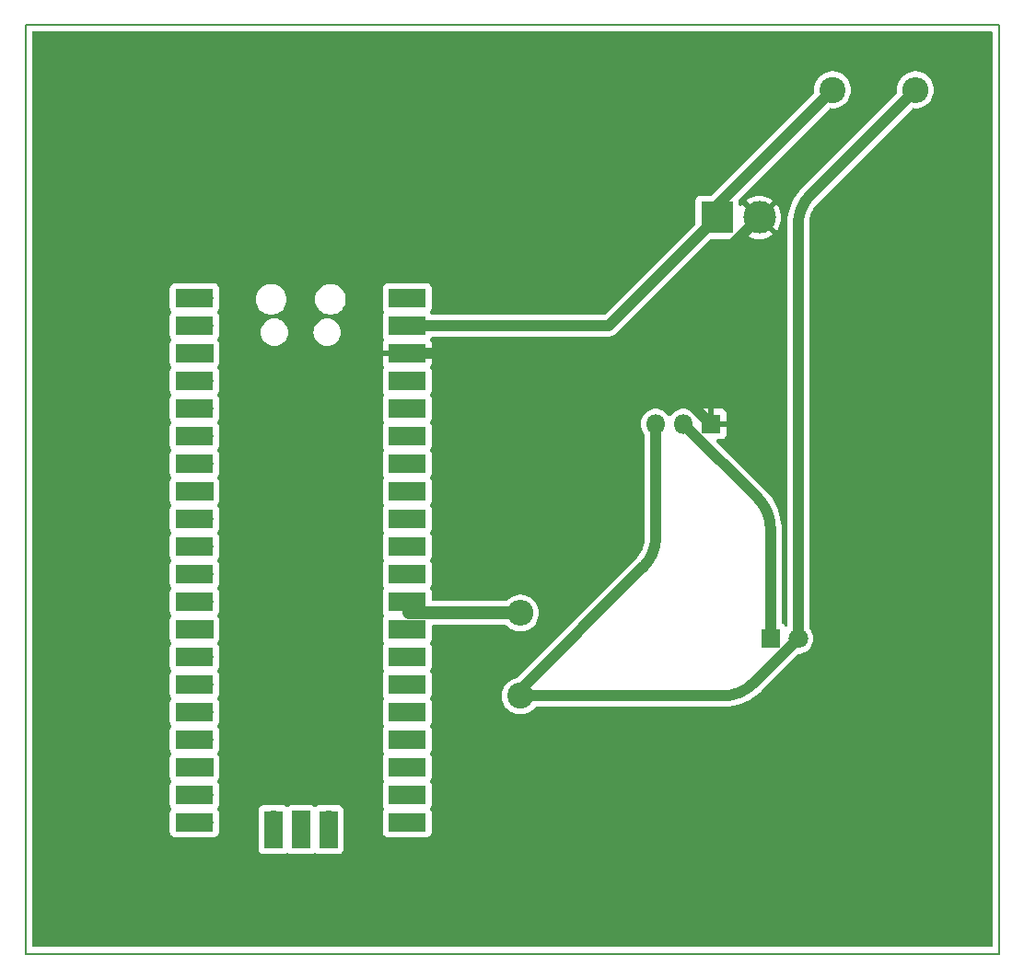
<source format=gbr>
%TF.GenerationSoftware,KiCad,Pcbnew,8.0.0*%
%TF.CreationDate,2024-03-27T17:07:57-03:00*%
%TF.ProjectId,primeiro,7072696d-6569-4726-9f2e-6b696361645f,rev?*%
%TF.SameCoordinates,Original*%
%TF.FileFunction,Copper,L1,Top*%
%TF.FilePolarity,Positive*%
%FSLAX46Y46*%
G04 Gerber Fmt 4.6, Leading zero omitted, Abs format (unit mm)*
G04 Created by KiCad (PCBNEW 8.0.0) date 2024-03-27 17:07:57*
%MOMM*%
%LPD*%
G01*
G04 APERTURE LIST*
%TA.AperFunction,NonConductor*%
%ADD10C,0.200000*%
%TD*%
%TA.AperFunction,ComponentPad*%
%ADD11C,2.400000*%
%TD*%
%TA.AperFunction,ComponentPad*%
%ADD12O,2.400000X2.400000*%
%TD*%
%TA.AperFunction,ComponentPad*%
%ADD13R,1.800000X1.800000*%
%TD*%
%TA.AperFunction,ComponentPad*%
%ADD14O,1.800000X1.800000*%
%TD*%
%TA.AperFunction,SMDPad,CuDef*%
%ADD15R,1.700000X3.500000*%
%TD*%
%TA.AperFunction,ComponentPad*%
%ADD16O,1.700000X1.700000*%
%TD*%
%TA.AperFunction,ComponentPad*%
%ADD17R,1.700000X1.700000*%
%TD*%
%TA.AperFunction,SMDPad,CuDef*%
%ADD18R,3.500000X1.700000*%
%TD*%
%TA.AperFunction,ComponentPad*%
%ADD19C,3.000000*%
%TD*%
%TA.AperFunction,ComponentPad*%
%ADD20R,3.000000X3.000000*%
%TD*%
%TA.AperFunction,ComponentPad*%
%ADD21C,1.800000*%
%TD*%
%TA.AperFunction,Conductor*%
%ADD22C,1.000000*%
%TD*%
%TA.AperFunction,Conductor*%
%ADD23C,0.200000*%
%TD*%
%TA.AperFunction,Conductor*%
%ADD24C,1.200000*%
%TD*%
G04 APERTURE END LIST*
D10*
X104500000Y-33500000D02*
X194000000Y-33500000D01*
X194000000Y-119000000D01*
X104500000Y-119000000D01*
X104500000Y-33500000D01*
D11*
%TO.P,R2,1*%
%TO.N,VCC*%
X178715000Y-39500000D03*
D12*
%TO.P,R2,2*%
%TO.N,Net-(D1-A)*%
X186335000Y-39500000D03*
%TD*%
D13*
%TO.P,Q1,1,E*%
%TO.N,GND*%
X167540000Y-70250000D03*
D14*
%TO.P,Q1,2,C*%
%TO.N,Net-(D1-K)*%
X165000000Y-70250000D03*
%TO.P,Q1,3,B*%
%TO.N,Net-(D1-A)*%
X162460000Y-70250000D03*
%TD*%
D15*
%TO.P,U2,43,SWDIO*%
%TO.N,unconnected-(U2-SWDIO-Pad43)*%
X132355000Y-107585000D03*
D16*
X132355000Y-106685000D03*
D15*
%TO.P,U2,42,GND*%
%TO.N,unconnected-(U2-GND-Pad42)*%
X129815000Y-107585000D03*
D17*
X129815000Y-106685000D03*
D15*
%TO.P,U2,41,SWCLK*%
%TO.N,unconnected-(U2-SWCLK-Pad41)*%
X127275000Y-107585000D03*
D16*
X127275000Y-106685000D03*
D18*
%TO.P,U2,40,VBUS*%
%TO.N,unconnected-(U2-VBUS-Pad40)*%
X139605000Y-58655000D03*
D16*
X138705000Y-58655000D03*
D18*
%TO.P,U2,39,VSYS*%
%TO.N,VCC*%
X139605000Y-61195000D03*
D16*
X138705000Y-61195000D03*
D18*
%TO.P,U2,38,GND*%
%TO.N,GND*%
X139605000Y-63735000D03*
D17*
X138705000Y-63735000D03*
D18*
%TO.P,U2,37,3V3_EN*%
%TO.N,unconnected-(U2-3V3_EN-Pad37)*%
X139605000Y-66275000D03*
D16*
X138705000Y-66275000D03*
D18*
%TO.P,U2,36,3V3*%
%TO.N,unconnected-(U2-3V3-Pad36)*%
X139605000Y-68815000D03*
D16*
X138705000Y-68815000D03*
D18*
%TO.P,U2,35,ADC_VREF*%
%TO.N,unconnected-(U2-ADC_VREF-Pad35)*%
X139605000Y-71355000D03*
D16*
X138705000Y-71355000D03*
D18*
%TO.P,U2,34,GPIO28_ADC2*%
%TO.N,unconnected-(U2-GPIO28_ADC2-Pad34)*%
X139605000Y-73895000D03*
D16*
X138705000Y-73895000D03*
D18*
%TO.P,U2,33,AGND*%
%TO.N,unconnected-(U2-AGND-Pad33)*%
X139605000Y-76435000D03*
D17*
X138705000Y-76435000D03*
D18*
%TO.P,U2,32,GPIO27_ADC1*%
%TO.N,unconnected-(U2-GPIO27_ADC1-Pad32)*%
X139605000Y-78975000D03*
D16*
X138705000Y-78975000D03*
D18*
%TO.P,U2,31,GPIO26_ADC0*%
%TO.N,unconnected-(U2-GPIO26_ADC0-Pad31)*%
X139605000Y-81515000D03*
D16*
X138705000Y-81515000D03*
D18*
%TO.P,U2,30,RUN*%
%TO.N,unconnected-(U2-RUN-Pad30)*%
X139605000Y-84055000D03*
D16*
X138705000Y-84055000D03*
D18*
%TO.P,U2,29,GPIO22*%
%TO.N,Net-(U2-GPIO22)*%
X139605000Y-86595000D03*
D16*
X138705000Y-86595000D03*
D18*
%TO.P,U2,28,GND*%
%TO.N,unconnected-(U2-GND-Pad28)*%
X139605000Y-89135000D03*
D17*
X138705000Y-89135000D03*
D18*
%TO.P,U2,27,GPIO21*%
%TO.N,unconnected-(U2-GPIO21-Pad27)*%
X139605000Y-91675000D03*
D16*
X138705000Y-91675000D03*
D18*
%TO.P,U2,26,GPIO20*%
%TO.N,unconnected-(U2-GPIO20-Pad26)*%
X139605000Y-94215000D03*
D16*
X138705000Y-94215000D03*
D18*
%TO.P,U2,25,GPIO19*%
%TO.N,unconnected-(U2-GPIO19-Pad25)*%
X139605000Y-96755000D03*
D16*
X138705000Y-96755000D03*
D18*
%TO.P,U2,24,GPIO18*%
%TO.N,unconnected-(U2-GPIO18-Pad24)*%
X139605000Y-99295000D03*
D16*
X138705000Y-99295000D03*
D18*
%TO.P,U2,23,GND*%
%TO.N,unconnected-(U2-GND-Pad23)*%
X139605000Y-101835000D03*
D17*
X138705000Y-101835000D03*
D18*
%TO.P,U2,22,GPIO17*%
%TO.N,unconnected-(U2-GPIO17-Pad22)*%
X139605000Y-104375000D03*
D16*
X138705000Y-104375000D03*
D18*
%TO.P,U2,21,GPIO16*%
%TO.N,unconnected-(U2-GPIO16-Pad21)*%
X139605000Y-106915000D03*
D16*
X138705000Y-106915000D03*
D18*
%TO.P,U2,20,GPIO15*%
%TO.N,unconnected-(U2-GPIO15-Pad20)*%
X120025000Y-106915000D03*
D16*
X120925000Y-106915000D03*
D18*
%TO.P,U2,19,GPIO14*%
%TO.N,unconnected-(U2-GPIO14-Pad19)*%
X120025000Y-104375000D03*
D16*
X120925000Y-104375000D03*
D18*
%TO.P,U2,18,GND*%
%TO.N,unconnected-(U2-GND-Pad18)*%
X120025000Y-101835000D03*
D17*
X120925000Y-101835000D03*
D18*
%TO.P,U2,17,GPIO13*%
%TO.N,unconnected-(U2-GPIO13-Pad17)*%
X120025000Y-99295000D03*
D16*
X120925000Y-99295000D03*
D18*
%TO.P,U2,16,GPIO12*%
%TO.N,unconnected-(U2-GPIO12-Pad16)*%
X120025000Y-96755000D03*
D16*
X120925000Y-96755000D03*
D18*
%TO.P,U2,15,GPIO11*%
%TO.N,unconnected-(U2-GPIO11-Pad15)*%
X120025000Y-94215000D03*
D16*
X120925000Y-94215000D03*
D18*
%TO.P,U2,14,GPIO10*%
%TO.N,unconnected-(U2-GPIO10-Pad14)*%
X120025000Y-91675000D03*
D16*
X120925000Y-91675000D03*
D18*
%TO.P,U2,13,GND*%
%TO.N,unconnected-(U2-GND-Pad13)*%
X120025000Y-89135000D03*
D17*
X120925000Y-89135000D03*
D18*
%TO.P,U2,12,GPIO9*%
%TO.N,unconnected-(U2-GPIO9-Pad12)*%
X120025000Y-86595000D03*
D16*
X120925000Y-86595000D03*
D18*
%TO.P,U2,11,GPIO8*%
%TO.N,unconnected-(U2-GPIO8-Pad11)*%
X120025000Y-84055000D03*
D16*
X120925000Y-84055000D03*
D18*
%TO.P,U2,10,GPIO7*%
%TO.N,unconnected-(U2-GPIO7-Pad10)*%
X120025000Y-81515000D03*
D16*
X120925000Y-81515000D03*
D18*
%TO.P,U2,9,GPIO6*%
%TO.N,unconnected-(U2-GPIO6-Pad9)*%
X120025000Y-78975000D03*
D16*
X120925000Y-78975000D03*
D18*
%TO.P,U2,8,GND*%
%TO.N,unconnected-(U2-GND-Pad8)*%
X120025000Y-76435000D03*
D17*
X120925000Y-76435000D03*
D18*
%TO.P,U2,7,GPIO5*%
%TO.N,unconnected-(U2-GPIO5-Pad7)*%
X120025000Y-73895000D03*
D16*
X120925000Y-73895000D03*
D18*
%TO.P,U2,6,GPIO4*%
%TO.N,unconnected-(U2-GPIO4-Pad6)*%
X120025000Y-71355000D03*
D16*
X120925000Y-71355000D03*
D18*
%TO.P,U2,5,GPIO3*%
%TO.N,unconnected-(U2-GPIO3-Pad5)*%
X120025000Y-68815000D03*
D16*
X120925000Y-68815000D03*
D18*
%TO.P,U2,4,GPIO2*%
%TO.N,unconnected-(U2-GPIO2-Pad4)*%
X120025000Y-66275000D03*
D16*
X120925000Y-66275000D03*
D18*
%TO.P,U2,3,GND*%
%TO.N,unconnected-(U2-GND-Pad3)*%
X120025000Y-63735000D03*
D17*
X120925000Y-63735000D03*
D18*
%TO.P,U2,2,GPIO1*%
%TO.N,unconnected-(U2-GPIO1-Pad2)*%
X120025000Y-61195000D03*
D16*
X120925000Y-61195000D03*
D18*
%TO.P,U2,1,GPIO0*%
%TO.N,unconnected-(U2-GPIO0-Pad1)*%
X120025000Y-58655000D03*
D16*
X120925000Y-58655000D03*
%TD*%
D12*
%TO.P,R1,2*%
%TO.N,Net-(U2-GPIO22)*%
X150000000Y-87665000D03*
D11*
%TO.P,R1,1*%
%TO.N,Net-(D1-A)*%
X150000000Y-95285000D03*
%TD*%
D19*
%TO.P,J1,2,Pin_2*%
%TO.N,GND*%
X171972500Y-51250000D03*
D20*
%TO.P,J1,1,Pin_1*%
%TO.N,VCC*%
X168092500Y-51250000D03*
%TD*%
D13*
%TO.P,D1,1,K*%
%TO.N,Net-(D1-K)*%
X173000000Y-90000000D03*
D21*
%TO.P,D1,2,A*%
%TO.N,Net-(D1-A)*%
X175540000Y-90000000D03*
%TD*%
D22*
%TO.N,Net-(D1-A)*%
X171426573Y-94113427D02*
G75*
G02*
X168598146Y-95285032I-2828473J2828427D01*
G01*
%TO.N,GND*%
X161025000Y-63735000D02*
X159487500Y-63735000D01*
X167540000Y-70250000D02*
X161025000Y-63735000D01*
%TO.N,VCC*%
X168092500Y-50122500D02*
X178715000Y-39500000D01*
D23*
X168092500Y-51250000D02*
X168092500Y-50122500D01*
D22*
%TO.N,Net-(D1-A)*%
X175540000Y-51951854D02*
G75*
G02*
X176711596Y-49123450I4000000J-46D01*
G01*
X176711573Y-49123427D02*
X186335000Y-39500000D01*
X175540000Y-90000000D02*
X175540000Y-51951854D01*
X162460000Y-80602461D02*
G75*
G02*
X161288447Y-83430908I-4000000J-39D01*
G01*
X161288427Y-83430888D02*
X149717157Y-95002158D01*
X162460000Y-70250000D02*
X162460000Y-80602461D01*
%TO.N,Net-(D1-K)*%
X173000000Y-79906854D02*
G75*
G03*
X171828404Y-77078450I-4000000J-46D01*
G01*
X171828427Y-77078427D02*
X165000000Y-70250000D01*
X173000000Y-90000000D02*
X173000000Y-79906854D01*
%TO.N,GND*%
X159487500Y-63735000D02*
X138705000Y-63735000D01*
X171972500Y-51250000D02*
X159487500Y-63735000D01*
%TO.N,VCC*%
X158147500Y-61195000D02*
X138705000Y-61195000D01*
X168092500Y-51250000D02*
X158147500Y-61195000D01*
%TO.N,Net-(D1-A)*%
X171426573Y-94113427D02*
X175540000Y-90000000D01*
X150000000Y-95285000D02*
X168598146Y-95285000D01*
D24*
%TO.N,Net-(U2-GPIO22)*%
X139775000Y-87665000D02*
X150000000Y-87665000D01*
D23*
X138705000Y-86595000D02*
X139775000Y-87665000D01*
%TD*%
%TA.AperFunction,Conductor*%
%TO.N,GND*%
G36*
X193342539Y-34120185D02*
G01*
X193388294Y-34172989D01*
X193399500Y-34224500D01*
X193399500Y-118275500D01*
X193379815Y-118342539D01*
X193327011Y-118388294D01*
X193275500Y-118399500D01*
X105224500Y-118399500D01*
X105157461Y-118379815D01*
X105111706Y-118327011D01*
X105100500Y-118275500D01*
X105100500Y-107812870D01*
X117774500Y-107812870D01*
X117774501Y-107812876D01*
X117780908Y-107872483D01*
X117831202Y-108007328D01*
X117831206Y-108007335D01*
X117917452Y-108122544D01*
X117917455Y-108122547D01*
X118032664Y-108208793D01*
X118032671Y-108208797D01*
X118167517Y-108259091D01*
X118167516Y-108259091D01*
X118174444Y-108259835D01*
X118227127Y-108265500D01*
X120860611Y-108265499D01*
X120871419Y-108265971D01*
X120924999Y-108270659D01*
X120925000Y-108270659D01*
X120925001Y-108270659D01*
X120978580Y-108265971D01*
X120989388Y-108265499D01*
X121822871Y-108265499D01*
X121822872Y-108265499D01*
X121882483Y-108259091D01*
X122017331Y-108208796D01*
X122132546Y-108122546D01*
X122218796Y-108007331D01*
X122269091Y-107872483D01*
X122275500Y-107812873D01*
X122275499Y-106979383D01*
X122275971Y-106968576D01*
X122280659Y-106915000D01*
X122280659Y-106914999D01*
X122275971Y-106861421D01*
X122275499Y-106850613D01*
X122275499Y-106685001D01*
X125919341Y-106685001D01*
X125924028Y-106738574D01*
X125924500Y-106749381D01*
X125924500Y-109382870D01*
X125924501Y-109382876D01*
X125930908Y-109442483D01*
X125981202Y-109577328D01*
X125981206Y-109577335D01*
X126067452Y-109692544D01*
X126067455Y-109692547D01*
X126182664Y-109778793D01*
X126182671Y-109778797D01*
X126317517Y-109829091D01*
X126317516Y-109829091D01*
X126324444Y-109829835D01*
X126377127Y-109835500D01*
X128172872Y-109835499D01*
X128232483Y-109829091D01*
X128367331Y-109778796D01*
X128470690Y-109701421D01*
X128536152Y-109677004D01*
X128604425Y-109691855D01*
X128619303Y-109701416D01*
X128722665Y-109778793D01*
X128722668Y-109778795D01*
X128722671Y-109778797D01*
X128857517Y-109829091D01*
X128857516Y-109829091D01*
X128864444Y-109829835D01*
X128917127Y-109835500D01*
X130712872Y-109835499D01*
X130772483Y-109829091D01*
X130907331Y-109778796D01*
X131010690Y-109701421D01*
X131076152Y-109677004D01*
X131144425Y-109691855D01*
X131159303Y-109701416D01*
X131262665Y-109778793D01*
X131262668Y-109778795D01*
X131262671Y-109778797D01*
X131397517Y-109829091D01*
X131397516Y-109829091D01*
X131404444Y-109829835D01*
X131457127Y-109835500D01*
X133252872Y-109835499D01*
X133312483Y-109829091D01*
X133447331Y-109778796D01*
X133562546Y-109692546D01*
X133648796Y-109577331D01*
X133699091Y-109442483D01*
X133705500Y-109382873D01*
X133705499Y-106915002D01*
X137349341Y-106915002D01*
X137354028Y-106968576D01*
X137354500Y-106979383D01*
X137354500Y-107812870D01*
X137354501Y-107812876D01*
X137360908Y-107872483D01*
X137411202Y-108007328D01*
X137411206Y-108007335D01*
X137497452Y-108122544D01*
X137497455Y-108122547D01*
X137612664Y-108208793D01*
X137612671Y-108208797D01*
X137747517Y-108259091D01*
X137747516Y-108259091D01*
X137754444Y-108259835D01*
X137807127Y-108265500D01*
X138640616Y-108265499D01*
X138651425Y-108265971D01*
X138705000Y-108270659D01*
X138758575Y-108265971D01*
X138769384Y-108265499D01*
X141402871Y-108265499D01*
X141402872Y-108265499D01*
X141462483Y-108259091D01*
X141597331Y-108208796D01*
X141712546Y-108122546D01*
X141798796Y-108007331D01*
X141849091Y-107872483D01*
X141855500Y-107812873D01*
X141855499Y-106017128D01*
X141849091Y-105957517D01*
X141798796Y-105822669D01*
X141721421Y-105719309D01*
X141697004Y-105653848D01*
X141711855Y-105585575D01*
X141721416Y-105570696D01*
X141798796Y-105467331D01*
X141849091Y-105332483D01*
X141855500Y-105272873D01*
X141855499Y-103477128D01*
X141849091Y-103417517D01*
X141798796Y-103282669D01*
X141721421Y-103179309D01*
X141697004Y-103113848D01*
X141711855Y-103045575D01*
X141721416Y-103030696D01*
X141798796Y-102927331D01*
X141849091Y-102792483D01*
X141855500Y-102732873D01*
X141855499Y-100937128D01*
X141849091Y-100877517D01*
X141798796Y-100742669D01*
X141721421Y-100639309D01*
X141697004Y-100573848D01*
X141711855Y-100505575D01*
X141721416Y-100490696D01*
X141798796Y-100387331D01*
X141849091Y-100252483D01*
X141855500Y-100192873D01*
X141855499Y-98397128D01*
X141849091Y-98337517D01*
X141798796Y-98202669D01*
X141721421Y-98099309D01*
X141697004Y-98033848D01*
X141711855Y-97965575D01*
X141721416Y-97950696D01*
X141798796Y-97847331D01*
X141849091Y-97712483D01*
X141855500Y-97652873D01*
X141855499Y-95857128D01*
X141849091Y-95797517D01*
X141845403Y-95787630D01*
X141798797Y-95662671D01*
X141798795Y-95662668D01*
X141790276Y-95651288D01*
X141721421Y-95559309D01*
X141697004Y-95493848D01*
X141711855Y-95425575D01*
X141721416Y-95410696D01*
X141798796Y-95307331D01*
X141807123Y-95285004D01*
X148294732Y-95285004D01*
X148313777Y-95539154D01*
X148341968Y-95662669D01*
X148370492Y-95787637D01*
X148463607Y-96024888D01*
X148591041Y-96245612D01*
X148749950Y-96444877D01*
X148936783Y-96618232D01*
X149147366Y-96761805D01*
X149147371Y-96761807D01*
X149147372Y-96761808D01*
X149147373Y-96761809D01*
X149244487Y-96808576D01*
X149376992Y-96872387D01*
X149376993Y-96872387D01*
X149376996Y-96872389D01*
X149620542Y-96947513D01*
X149872565Y-96985500D01*
X150127435Y-96985500D01*
X150379458Y-96947513D01*
X150623004Y-96872389D01*
X150852634Y-96761805D01*
X151063217Y-96618232D01*
X151250050Y-96444877D01*
X151339917Y-96332186D01*
X151397106Y-96292047D01*
X151436864Y-96285500D01*
X168505443Y-96285500D01*
X168505448Y-96285501D01*
X168546761Y-96285500D01*
X168546872Y-96285532D01*
X168598158Y-96285531D01*
X168598158Y-96285532D01*
X168794628Y-96285530D01*
X169186358Y-96254695D01*
X169574460Y-96193222D01*
X169956544Y-96101487D01*
X170330252Y-95980058D01*
X170693280Y-95829682D01*
X171043392Y-95651288D01*
X171378427Y-95445973D01*
X171696322Y-95215005D01*
X171995114Y-94959808D01*
X172134039Y-94820881D01*
X172134039Y-94820882D01*
X172172557Y-94782363D01*
X175518102Y-91436819D01*
X175579425Y-91403334D01*
X175605783Y-91400500D01*
X175656048Y-91400500D01*
X175656049Y-91400500D01*
X175884981Y-91362298D01*
X176104503Y-91286936D01*
X176308626Y-91176470D01*
X176491784Y-91033913D01*
X176648979Y-90863153D01*
X176775924Y-90668849D01*
X176869157Y-90456300D01*
X176926134Y-90231305D01*
X176926135Y-90231297D01*
X176945300Y-90000006D01*
X176945300Y-89999993D01*
X176926135Y-89768702D01*
X176926133Y-89768691D01*
X176869157Y-89543699D01*
X176775924Y-89331151D01*
X176648979Y-89136846D01*
X176648977Y-89136844D01*
X176573270Y-89054603D01*
X176542348Y-88991948D01*
X176540500Y-88970621D01*
X176540500Y-51954919D01*
X176540649Y-51948833D01*
X176550155Y-51755378D01*
X176554648Y-51663944D01*
X176555841Y-51651837D01*
X176563004Y-51603553D01*
X176597249Y-51372703D01*
X176599616Y-51360805D01*
X176668190Y-51087051D01*
X176671714Y-51075438D01*
X176766790Y-50809728D01*
X176771432Y-50798522D01*
X176892090Y-50543416D01*
X176897810Y-50532714D01*
X177042897Y-50290657D01*
X177049655Y-50280546D01*
X177094734Y-50219765D01*
X177217753Y-50053895D01*
X177225446Y-50044521D01*
X177417451Y-49832680D01*
X177421611Y-49828309D01*
X177484584Y-49765338D01*
X177484585Y-49765335D01*
X177490419Y-49759502D01*
X177490433Y-49759485D01*
X186025871Y-41224047D01*
X186087192Y-41190564D01*
X186132032Y-41189115D01*
X186171205Y-41195019D01*
X186207565Y-41200500D01*
X186462435Y-41200500D01*
X186714458Y-41162513D01*
X186958004Y-41087389D01*
X187187634Y-40976805D01*
X187398217Y-40833232D01*
X187585050Y-40659877D01*
X187743959Y-40460612D01*
X187871393Y-40239888D01*
X187964508Y-40002637D01*
X188021222Y-39754157D01*
X188040268Y-39500000D01*
X188021222Y-39245843D01*
X187964508Y-38997363D01*
X187871393Y-38760112D01*
X187743959Y-38539388D01*
X187585050Y-38340123D01*
X187398217Y-38166768D01*
X187187634Y-38023195D01*
X187187630Y-38023193D01*
X187187627Y-38023191D01*
X187187626Y-38023190D01*
X186958006Y-37912612D01*
X186958008Y-37912612D01*
X186714466Y-37837489D01*
X186714462Y-37837488D01*
X186714458Y-37837487D01*
X186593231Y-37819214D01*
X186462440Y-37799500D01*
X186462435Y-37799500D01*
X186207565Y-37799500D01*
X186207559Y-37799500D01*
X186050609Y-37823157D01*
X185955542Y-37837487D01*
X185955539Y-37837488D01*
X185955533Y-37837489D01*
X185711992Y-37912612D01*
X185482373Y-38023190D01*
X185482372Y-38023191D01*
X185271782Y-38166768D01*
X185084952Y-38340121D01*
X185084950Y-38340123D01*
X184926041Y-38539388D01*
X184798608Y-38760109D01*
X184705492Y-38997362D01*
X184705490Y-38997369D01*
X184648777Y-39245845D01*
X184629732Y-39499995D01*
X184629732Y-39500004D01*
X184645721Y-39713382D01*
X184631101Y-39781705D01*
X184609749Y-39810329D01*
X176036896Y-48383183D01*
X176004118Y-48415961D01*
X176004116Y-48415963D01*
X176004115Y-48415962D01*
X175930442Y-48489637D01*
X175930016Y-48490106D01*
X175865229Y-48554892D01*
X175865215Y-48554907D01*
X175610025Y-48853691D01*
X175610011Y-48853709D01*
X175379070Y-49171564D01*
X175379053Y-49171590D01*
X175173740Y-49506624D01*
X175173730Y-49506642D01*
X174995351Y-49856722D01*
X174995347Y-49856733D01*
X174864767Y-50171973D01*
X174844970Y-50219765D01*
X174723544Y-50593461D01*
X174723542Y-50593470D01*
X174631809Y-50975548D01*
X174570336Y-51363640D01*
X174570335Y-51363652D01*
X174539502Y-51755368D01*
X174539501Y-51755378D01*
X174539501Y-51848178D01*
X174539500Y-51848204D01*
X174539500Y-51951843D01*
X174539499Y-52050664D01*
X174539500Y-52050685D01*
X174539500Y-88746538D01*
X174519815Y-88813577D01*
X174467011Y-88859332D01*
X174397853Y-88869276D01*
X174334297Y-88840251D01*
X174316234Y-88820850D01*
X174260603Y-88746538D01*
X174257546Y-88742454D01*
X174257544Y-88742453D01*
X174257544Y-88742452D01*
X174142335Y-88656206D01*
X174142328Y-88656202D01*
X174081167Y-88633391D01*
X174025233Y-88591520D01*
X174000816Y-88526056D01*
X174000500Y-88517209D01*
X174000500Y-79999557D01*
X174000501Y-79999552D01*
X174000500Y-79958237D01*
X174000532Y-79958126D01*
X174000531Y-79872883D01*
X174000530Y-79710372D01*
X173969695Y-79318642D01*
X173908222Y-78930540D01*
X173816487Y-78548456D01*
X173695058Y-78174748D01*
X173544682Y-77811720D01*
X173544679Y-77811714D01*
X173544677Y-77811709D01*
X173366293Y-77461617D01*
X173366286Y-77461605D01*
X173287403Y-77332883D01*
X173160973Y-77126573D01*
X172930005Y-76808678D01*
X172674808Y-76509886D01*
X172594466Y-76429545D01*
X172594465Y-76429543D01*
X172535881Y-76370961D01*
X172535882Y-76370961D01*
X172500394Y-76335474D01*
X168026601Y-71861681D01*
X167993116Y-71800358D01*
X167998100Y-71730666D01*
X168039972Y-71674733D01*
X168105436Y-71650316D01*
X168114282Y-71650000D01*
X168487828Y-71650000D01*
X168487844Y-71649999D01*
X168547372Y-71643598D01*
X168547379Y-71643596D01*
X168682086Y-71593354D01*
X168682093Y-71593350D01*
X168797187Y-71507190D01*
X168797190Y-71507187D01*
X168883350Y-71392093D01*
X168883354Y-71392086D01*
X168933596Y-71257379D01*
X168933598Y-71257372D01*
X168939999Y-71197844D01*
X168940000Y-71197827D01*
X168940000Y-70500000D01*
X167973012Y-70500000D01*
X168005925Y-70442993D01*
X168040000Y-70315826D01*
X168040000Y-70184174D01*
X168005925Y-70057007D01*
X167973012Y-70000000D01*
X168940000Y-70000000D01*
X168940000Y-69302172D01*
X168939999Y-69302155D01*
X168933598Y-69242627D01*
X168933596Y-69242620D01*
X168883354Y-69107913D01*
X168883350Y-69107906D01*
X168797190Y-68992812D01*
X168797187Y-68992809D01*
X168682093Y-68906649D01*
X168682086Y-68906645D01*
X168547379Y-68856403D01*
X168547372Y-68856401D01*
X168487844Y-68850000D01*
X167790000Y-68850000D01*
X167790000Y-69816988D01*
X167732993Y-69784075D01*
X167605826Y-69750000D01*
X167474174Y-69750000D01*
X167347007Y-69784075D01*
X167290000Y-69816988D01*
X167290000Y-68850000D01*
X166592155Y-68850000D01*
X166532627Y-68856401D01*
X166532620Y-68856403D01*
X166397913Y-68906645D01*
X166397906Y-68906649D01*
X166282812Y-68992809D01*
X166282809Y-68992812D01*
X166196649Y-69107906D01*
X166196646Y-69107911D01*
X166167924Y-69184920D01*
X166126052Y-69240853D01*
X166060588Y-69265270D01*
X165992315Y-69250418D01*
X165960514Y-69225571D01*
X165951784Y-69216087D01*
X165951779Y-69216083D01*
X165951777Y-69216081D01*
X165768634Y-69073535D01*
X165768628Y-69073531D01*
X165564504Y-68963064D01*
X165564495Y-68963061D01*
X165344984Y-68887702D01*
X165157404Y-68856401D01*
X165116049Y-68849500D01*
X164883951Y-68849500D01*
X164842596Y-68856401D01*
X164655015Y-68887702D01*
X164435504Y-68963061D01*
X164435495Y-68963064D01*
X164231371Y-69073531D01*
X164231365Y-69073535D01*
X164048222Y-69216081D01*
X164048219Y-69216084D01*
X164048216Y-69216086D01*
X164048216Y-69216087D01*
X164023791Y-69242620D01*
X163891016Y-69386852D01*
X163833809Y-69474416D01*
X163780662Y-69519773D01*
X163711431Y-69529197D01*
X163648095Y-69499695D01*
X163626191Y-69474416D01*
X163568983Y-69386852D01*
X163568980Y-69386849D01*
X163568979Y-69386847D01*
X163411784Y-69216087D01*
X163411779Y-69216083D01*
X163411777Y-69216081D01*
X163228634Y-69073535D01*
X163228628Y-69073531D01*
X163024504Y-68963064D01*
X163024495Y-68963061D01*
X162804984Y-68887702D01*
X162617404Y-68856401D01*
X162576049Y-68849500D01*
X162343951Y-68849500D01*
X162302596Y-68856401D01*
X162115015Y-68887702D01*
X161895504Y-68963061D01*
X161895495Y-68963064D01*
X161691371Y-69073531D01*
X161691365Y-69073535D01*
X161508222Y-69216081D01*
X161508219Y-69216084D01*
X161508216Y-69216086D01*
X161508216Y-69216087D01*
X161483791Y-69242620D01*
X161351016Y-69386852D01*
X161224075Y-69581151D01*
X161130842Y-69793699D01*
X161073866Y-70018691D01*
X161073864Y-70018702D01*
X161054700Y-70249993D01*
X161054700Y-70250006D01*
X161073864Y-70481297D01*
X161073866Y-70481308D01*
X161130842Y-70706300D01*
X161224075Y-70918848D01*
X161351016Y-71113147D01*
X161351019Y-71113151D01*
X161351021Y-71113153D01*
X161426731Y-71195396D01*
X161457652Y-71258049D01*
X161459500Y-71279377D01*
X161459500Y-80504626D01*
X161459499Y-80504652D01*
X161459499Y-80599422D01*
X161459350Y-80605505D01*
X161445357Y-80890393D01*
X161444164Y-80902503D01*
X161402764Y-81181619D01*
X161400390Y-81193554D01*
X161331830Y-81467273D01*
X161328298Y-81478919D01*
X161233237Y-81744601D01*
X161228580Y-81755843D01*
X161107939Y-82010924D01*
X161102203Y-82021656D01*
X160957135Y-82263692D01*
X160950374Y-82273810D01*
X160782288Y-82500452D01*
X160774568Y-82509859D01*
X160583389Y-82720793D01*
X160579192Y-82725201D01*
X149721650Y-93582743D01*
X149660327Y-93616228D01*
X149652460Y-93617675D01*
X149620542Y-93622487D01*
X149376992Y-93697612D01*
X149147373Y-93808190D01*
X149147372Y-93808191D01*
X148936782Y-93951768D01*
X148749952Y-94125121D01*
X148749950Y-94125123D01*
X148591041Y-94324388D01*
X148463608Y-94545109D01*
X148370492Y-94782362D01*
X148370490Y-94782369D01*
X148313777Y-95030845D01*
X148294732Y-95284995D01*
X148294732Y-95285004D01*
X141807123Y-95285004D01*
X141849091Y-95172483D01*
X141855500Y-95112873D01*
X141855499Y-93317128D01*
X141849091Y-93257517D01*
X141798796Y-93122669D01*
X141721421Y-93019309D01*
X141697004Y-92953848D01*
X141711855Y-92885575D01*
X141721416Y-92870696D01*
X141798796Y-92767331D01*
X141849091Y-92632483D01*
X141855500Y-92572873D01*
X141855499Y-90777128D01*
X141849091Y-90717517D01*
X141798796Y-90582669D01*
X141721421Y-90479309D01*
X141697004Y-90413848D01*
X141711855Y-90345575D01*
X141721416Y-90330696D01*
X141798796Y-90227331D01*
X141849091Y-90092483D01*
X141855500Y-90032873D01*
X141855499Y-88889499D01*
X141875184Y-88822461D01*
X141927987Y-88776706D01*
X141979499Y-88765500D01*
X148642883Y-88765500D01*
X148709922Y-88785185D01*
X148739830Y-88812187D01*
X148743496Y-88816784D01*
X148746738Y-88820850D01*
X148749950Y-88824877D01*
X148936783Y-88998232D01*
X149147366Y-89141805D01*
X149147371Y-89141807D01*
X149147372Y-89141808D01*
X149147373Y-89141809D01*
X149234079Y-89183564D01*
X149376992Y-89252387D01*
X149376993Y-89252387D01*
X149376996Y-89252389D01*
X149620542Y-89327513D01*
X149872565Y-89365500D01*
X150127435Y-89365500D01*
X150379458Y-89327513D01*
X150623004Y-89252389D01*
X150852634Y-89141805D01*
X151063217Y-88998232D01*
X151250050Y-88824877D01*
X151408959Y-88625612D01*
X151536393Y-88404888D01*
X151629508Y-88167637D01*
X151686222Y-87919157D01*
X151705268Y-87665000D01*
X151692368Y-87492864D01*
X151686222Y-87410845D01*
X151629509Y-87162369D01*
X151629508Y-87162363D01*
X151536393Y-86925112D01*
X151408959Y-86704388D01*
X151250050Y-86505123D01*
X151063217Y-86331768D01*
X150852634Y-86188195D01*
X150852630Y-86188193D01*
X150852627Y-86188191D01*
X150852626Y-86188190D01*
X150623006Y-86077612D01*
X150623008Y-86077612D01*
X150379466Y-86002489D01*
X150379462Y-86002488D01*
X150379458Y-86002487D01*
X150258231Y-85984214D01*
X150127440Y-85964500D01*
X150127435Y-85964500D01*
X149872565Y-85964500D01*
X149872559Y-85964500D01*
X149715609Y-85988157D01*
X149620542Y-86002487D01*
X149620539Y-86002488D01*
X149620533Y-86002489D01*
X149376992Y-86077612D01*
X149147373Y-86188190D01*
X149147372Y-86188191D01*
X148936782Y-86331768D01*
X148749948Y-86505124D01*
X148739831Y-86517812D01*
X148682642Y-86557953D01*
X148642883Y-86564500D01*
X141979499Y-86564500D01*
X141912460Y-86544815D01*
X141866705Y-86492011D01*
X141855499Y-86440500D01*
X141855499Y-85697129D01*
X141855498Y-85697123D01*
X141855497Y-85697116D01*
X141849091Y-85637517D01*
X141798796Y-85502669D01*
X141721421Y-85399309D01*
X141697004Y-85333848D01*
X141711855Y-85265575D01*
X141721416Y-85250696D01*
X141798796Y-85147331D01*
X141849091Y-85012483D01*
X141855500Y-84952873D01*
X141855499Y-83157128D01*
X141849091Y-83097517D01*
X141830503Y-83047681D01*
X141798797Y-82962671D01*
X141798795Y-82962668D01*
X141721421Y-82859309D01*
X141697004Y-82793848D01*
X141711855Y-82725575D01*
X141721416Y-82710696D01*
X141798796Y-82607331D01*
X141849091Y-82472483D01*
X141855500Y-82412873D01*
X141855499Y-80617128D01*
X141849091Y-80557517D01*
X141831279Y-80509761D01*
X141798797Y-80422671D01*
X141798795Y-80422668D01*
X141721421Y-80319309D01*
X141697004Y-80253848D01*
X141711855Y-80185575D01*
X141721416Y-80170696D01*
X141798796Y-80067331D01*
X141849091Y-79932483D01*
X141855500Y-79872873D01*
X141855499Y-78077128D01*
X141849091Y-78017517D01*
X141844048Y-78003997D01*
X141798797Y-77882671D01*
X141798795Y-77882668D01*
X141721421Y-77779309D01*
X141697004Y-77713848D01*
X141711855Y-77645575D01*
X141721416Y-77630696D01*
X141798796Y-77527331D01*
X141849091Y-77392483D01*
X141855500Y-77332873D01*
X141855499Y-75537128D01*
X141849091Y-75477517D01*
X141798796Y-75342669D01*
X141721421Y-75239309D01*
X141697004Y-75173848D01*
X141711855Y-75105575D01*
X141721416Y-75090696D01*
X141798796Y-74987331D01*
X141849091Y-74852483D01*
X141855500Y-74792873D01*
X141855499Y-72997128D01*
X141849091Y-72937517D01*
X141798796Y-72802669D01*
X141721421Y-72699309D01*
X141697004Y-72633848D01*
X141711855Y-72565575D01*
X141721416Y-72550696D01*
X141798796Y-72447331D01*
X141849091Y-72312483D01*
X141855500Y-72252873D01*
X141855499Y-70457128D01*
X141849091Y-70397517D01*
X141818622Y-70315826D01*
X141798797Y-70262671D01*
X141798795Y-70262668D01*
X141789312Y-70250000D01*
X141721421Y-70159309D01*
X141697004Y-70093848D01*
X141711855Y-70025575D01*
X141721416Y-70010696D01*
X141798796Y-69907331D01*
X141849091Y-69772483D01*
X141855500Y-69712873D01*
X141855499Y-67917128D01*
X141849091Y-67857517D01*
X141798796Y-67722669D01*
X141721421Y-67619309D01*
X141697004Y-67553848D01*
X141711855Y-67485575D01*
X141721416Y-67470696D01*
X141798796Y-67367331D01*
X141849091Y-67232483D01*
X141855500Y-67172873D01*
X141855499Y-65377128D01*
X141849091Y-65317517D01*
X141798796Y-65182669D01*
X141721109Y-65078893D01*
X141696692Y-65013430D01*
X141711543Y-64945157D01*
X141721110Y-64930271D01*
X141798352Y-64827089D01*
X141798354Y-64827086D01*
X141848596Y-64692379D01*
X141848598Y-64692372D01*
X141854999Y-64632844D01*
X141855000Y-64632827D01*
X141855000Y-63985000D01*
X139149560Y-63985000D01*
X139180245Y-63931853D01*
X139215000Y-63802143D01*
X139215000Y-63667857D01*
X139180245Y-63538147D01*
X139149560Y-63485000D01*
X141855000Y-63485000D01*
X141855000Y-62837172D01*
X141854999Y-62837155D01*
X141848598Y-62777627D01*
X141848596Y-62777620D01*
X141798354Y-62642913D01*
X141798352Y-62642910D01*
X141721110Y-62539729D01*
X141696692Y-62474265D01*
X141711543Y-62405992D01*
X141721105Y-62391111D01*
X141798796Y-62287331D01*
X141802960Y-62276165D01*
X141844829Y-62220234D01*
X141910293Y-62195816D01*
X141919141Y-62195500D01*
X158246043Y-62195500D01*
X158342675Y-62176278D01*
X158390993Y-62166667D01*
X158439336Y-62157051D01*
X158492665Y-62134961D01*
X158621414Y-62081632D01*
X158785282Y-61972139D01*
X158924639Y-61832782D01*
X158924640Y-61832779D01*
X158931706Y-61825714D01*
X158931709Y-61825710D01*
X167470601Y-53286818D01*
X167531924Y-53253333D01*
X167558282Y-53250499D01*
X169640371Y-53250499D01*
X169640372Y-53250499D01*
X169699983Y-53244091D01*
X169834831Y-53193796D01*
X169950046Y-53107546D01*
X170036296Y-52992331D01*
X170086591Y-52857483D01*
X170093000Y-52797873D01*
X170092999Y-52449189D01*
X170112683Y-52382154D01*
X170165487Y-52336399D01*
X170234646Y-52326455D01*
X170298201Y-52355480D01*
X170316266Y-52374882D01*
X170392383Y-52476562D01*
X171200046Y-51668899D01*
X171292843Y-51807780D01*
X171414720Y-51929657D01*
X171553599Y-52022453D01*
X170745936Y-52830115D01*
X170888460Y-52936807D01*
X170888461Y-52936808D01*
X171139542Y-53073908D01*
X171139541Y-53073908D01*
X171407604Y-53173890D01*
X171687137Y-53234699D01*
X171972499Y-53255109D01*
X171972501Y-53255109D01*
X172257862Y-53234699D01*
X172537395Y-53173890D01*
X172805458Y-53073908D01*
X173056547Y-52936803D01*
X173199061Y-52830116D01*
X173199062Y-52830115D01*
X172391400Y-52022453D01*
X172530280Y-51929657D01*
X172652157Y-51807780D01*
X172744953Y-51668900D01*
X173552615Y-52476562D01*
X173552616Y-52476561D01*
X173659303Y-52334047D01*
X173796408Y-52082958D01*
X173896390Y-51814895D01*
X173957199Y-51535362D01*
X173977609Y-51250001D01*
X173977609Y-51249998D01*
X173957199Y-50964637D01*
X173896390Y-50685104D01*
X173796408Y-50417041D01*
X173659308Y-50165961D01*
X173659307Y-50165960D01*
X173552615Y-50023436D01*
X172744952Y-50831098D01*
X172652157Y-50692220D01*
X172530280Y-50570343D01*
X172391399Y-50477546D01*
X173199062Y-49669883D01*
X173199061Y-49669882D01*
X173056546Y-49563196D01*
X173056538Y-49563191D01*
X172805457Y-49426091D01*
X172805458Y-49426091D01*
X172537395Y-49326109D01*
X172257862Y-49265300D01*
X171972501Y-49244891D01*
X171972499Y-49244891D01*
X171687137Y-49265300D01*
X171407604Y-49326109D01*
X171139541Y-49426091D01*
X170888461Y-49563191D01*
X170888453Y-49563196D01*
X170745937Y-49669882D01*
X170745936Y-49669883D01*
X171553600Y-50477546D01*
X171414720Y-50570343D01*
X171292843Y-50692220D01*
X171200046Y-50831099D01*
X170392383Y-50023436D01*
X170392382Y-50023437D01*
X170316266Y-50125117D01*
X170260333Y-50166989D01*
X170190641Y-50171973D01*
X170129318Y-50138488D01*
X170095833Y-50077165D01*
X170092999Y-50050807D01*
X170092999Y-49702129D01*
X170092998Y-49702123D01*
X170092998Y-49702116D01*
X170086591Y-49642517D01*
X170086590Y-49642515D01*
X170086590Y-49642512D01*
X170084808Y-49634969D01*
X170086747Y-49634510D01*
X170082511Y-49575241D01*
X170115993Y-49513925D01*
X178405873Y-41224046D01*
X178467194Y-41190563D01*
X178512028Y-41189114D01*
X178587565Y-41200500D01*
X178587571Y-41200500D01*
X178842435Y-41200500D01*
X179094458Y-41162513D01*
X179338004Y-41087389D01*
X179567634Y-40976805D01*
X179778217Y-40833232D01*
X179965050Y-40659877D01*
X180123959Y-40460612D01*
X180251393Y-40239888D01*
X180344508Y-40002637D01*
X180401222Y-39754157D01*
X180420268Y-39500000D01*
X180401222Y-39245843D01*
X180344508Y-38997363D01*
X180251393Y-38760112D01*
X180123959Y-38539388D01*
X179965050Y-38340123D01*
X179778217Y-38166768D01*
X179567634Y-38023195D01*
X179567630Y-38023193D01*
X179567627Y-38023191D01*
X179567626Y-38023190D01*
X179338006Y-37912612D01*
X179338008Y-37912612D01*
X179094466Y-37837489D01*
X179094462Y-37837488D01*
X179094458Y-37837487D01*
X178973231Y-37819214D01*
X178842440Y-37799500D01*
X178842435Y-37799500D01*
X178587565Y-37799500D01*
X178587559Y-37799500D01*
X178430609Y-37823157D01*
X178335542Y-37837487D01*
X178335539Y-37837488D01*
X178335533Y-37837489D01*
X178091992Y-37912612D01*
X177862373Y-38023190D01*
X177862372Y-38023191D01*
X177651782Y-38166768D01*
X177464952Y-38340121D01*
X177464950Y-38340123D01*
X177306041Y-38539388D01*
X177178608Y-38760109D01*
X177085492Y-38997362D01*
X177085490Y-38997369D01*
X177028777Y-39245845D01*
X177009732Y-39499995D01*
X177009732Y-39500004D01*
X177025721Y-39713381D01*
X177011101Y-39781704D01*
X176989749Y-39810328D01*
X167586897Y-49213181D01*
X167525574Y-49246666D01*
X167499216Y-49249500D01*
X166544629Y-49249500D01*
X166544623Y-49249501D01*
X166485016Y-49255908D01*
X166350171Y-49306202D01*
X166350164Y-49306206D01*
X166234955Y-49392452D01*
X166234952Y-49392455D01*
X166148706Y-49507664D01*
X166148702Y-49507671D01*
X166098408Y-49642517D01*
X166092001Y-49702116D01*
X166092001Y-49702123D01*
X166092000Y-49702135D01*
X166092000Y-51784217D01*
X166072315Y-51851256D01*
X166055681Y-51871898D01*
X157769399Y-60158181D01*
X157708076Y-60191666D01*
X157681718Y-60194500D01*
X141919141Y-60194500D01*
X141852102Y-60174815D01*
X141806347Y-60122011D01*
X141802969Y-60113859D01*
X141798796Y-60102669D01*
X141721421Y-59999309D01*
X141697004Y-59933848D01*
X141711855Y-59865575D01*
X141721416Y-59850696D01*
X141798796Y-59747331D01*
X141849091Y-59612483D01*
X141855500Y-59552873D01*
X141855499Y-57757128D01*
X141849091Y-57697517D01*
X141815901Y-57608531D01*
X141798797Y-57562671D01*
X141798793Y-57562664D01*
X141712547Y-57447455D01*
X141712544Y-57447452D01*
X141597335Y-57361206D01*
X141597328Y-57361202D01*
X141462482Y-57310908D01*
X141462483Y-57310908D01*
X141402883Y-57304501D01*
X141402881Y-57304500D01*
X141402873Y-57304500D01*
X141402865Y-57304500D01*
X138769385Y-57304500D01*
X138758578Y-57304028D01*
X138705001Y-57299341D01*
X138704997Y-57299341D01*
X138651419Y-57304028D01*
X138640613Y-57304500D01*
X137807129Y-57304500D01*
X137807123Y-57304501D01*
X137747516Y-57310908D01*
X137612671Y-57361202D01*
X137612664Y-57361206D01*
X137497455Y-57447452D01*
X137497452Y-57447455D01*
X137411206Y-57562664D01*
X137411202Y-57562671D01*
X137360908Y-57697517D01*
X137355149Y-57751087D01*
X137354501Y-57757123D01*
X137354500Y-57757135D01*
X137354500Y-58590616D01*
X137354028Y-58601423D01*
X137349341Y-58654997D01*
X137349341Y-58655002D01*
X137354028Y-58708576D01*
X137354500Y-58719383D01*
X137354500Y-59552870D01*
X137354501Y-59552876D01*
X137360908Y-59612483D01*
X137411202Y-59747328D01*
X137411203Y-59747330D01*
X137488578Y-59850689D01*
X137512995Y-59916153D01*
X137498144Y-59984426D01*
X137488578Y-59999311D01*
X137411203Y-60102669D01*
X137411202Y-60102671D01*
X137360908Y-60237517D01*
X137354501Y-60297116D01*
X137354501Y-60297123D01*
X137354500Y-60297135D01*
X137354500Y-61130616D01*
X137354028Y-61141423D01*
X137349341Y-61194997D01*
X137349341Y-61195002D01*
X137354028Y-61248576D01*
X137354500Y-61259383D01*
X137354500Y-62092870D01*
X137354501Y-62092876D01*
X137360908Y-62152483D01*
X137411202Y-62287328D01*
X137411206Y-62287335D01*
X137488889Y-62391105D01*
X137513307Y-62456569D01*
X137498456Y-62524842D01*
X137488890Y-62539727D01*
X137411647Y-62642910D01*
X137411645Y-62642913D01*
X137361403Y-62777620D01*
X137361401Y-62777627D01*
X137355000Y-62837155D01*
X137355000Y-63485000D01*
X138260440Y-63485000D01*
X138229755Y-63538147D01*
X138195000Y-63667857D01*
X138195000Y-63802143D01*
X138229755Y-63931853D01*
X138260440Y-63985000D01*
X137355000Y-63985000D01*
X137355000Y-64632844D01*
X137361401Y-64692372D01*
X137361403Y-64692379D01*
X137411645Y-64827086D01*
X137411646Y-64827088D01*
X137488890Y-64930272D01*
X137513307Y-64995736D01*
X137498456Y-65064009D01*
X137488890Y-65078894D01*
X137411204Y-65182669D01*
X137411202Y-65182671D01*
X137360908Y-65317517D01*
X137354501Y-65377116D01*
X137354501Y-65377123D01*
X137354500Y-65377135D01*
X137354500Y-66210616D01*
X137354028Y-66221423D01*
X137349341Y-66274997D01*
X137349341Y-66275002D01*
X137354028Y-66328576D01*
X137354500Y-66339383D01*
X137354500Y-67172870D01*
X137354501Y-67172876D01*
X137360908Y-67232483D01*
X137411202Y-67367328D01*
X137411203Y-67367330D01*
X137488578Y-67470689D01*
X137512995Y-67536153D01*
X137498144Y-67604426D01*
X137488578Y-67619311D01*
X137411203Y-67722669D01*
X137411202Y-67722671D01*
X137360908Y-67857517D01*
X137354501Y-67917116D01*
X137354501Y-67917123D01*
X137354500Y-67917135D01*
X137354500Y-68750616D01*
X137354028Y-68761423D01*
X137349341Y-68814997D01*
X137349341Y-68815002D01*
X137354028Y-68868576D01*
X137354500Y-68879383D01*
X137354500Y-69712870D01*
X137354501Y-69712876D01*
X137360908Y-69772483D01*
X137411202Y-69907328D01*
X137411203Y-69907330D01*
X137488578Y-70010689D01*
X137512995Y-70076153D01*
X137498144Y-70144426D01*
X137488578Y-70159311D01*
X137411203Y-70262669D01*
X137411202Y-70262671D01*
X137360908Y-70397517D01*
X137354501Y-70457116D01*
X137354501Y-70457123D01*
X137354500Y-70457135D01*
X137354500Y-71290616D01*
X137354028Y-71301423D01*
X137349341Y-71354997D01*
X137349341Y-71355002D01*
X137354028Y-71408576D01*
X137354500Y-71419383D01*
X137354500Y-72252870D01*
X137354501Y-72252876D01*
X137360908Y-72312483D01*
X137411202Y-72447328D01*
X137411203Y-72447330D01*
X137488578Y-72550689D01*
X137512995Y-72616153D01*
X137498144Y-72684426D01*
X137488578Y-72699311D01*
X137411203Y-72802669D01*
X137411202Y-72802671D01*
X137360908Y-72937517D01*
X137354501Y-72997116D01*
X137354501Y-72997123D01*
X137354500Y-72997135D01*
X137354500Y-73830616D01*
X137354028Y-73841423D01*
X137349341Y-73894997D01*
X137349341Y-73895002D01*
X137354028Y-73948576D01*
X137354500Y-73959383D01*
X137354500Y-74792870D01*
X137354501Y-74792876D01*
X137360908Y-74852483D01*
X137411202Y-74987328D01*
X137411203Y-74987330D01*
X137488578Y-75090689D01*
X137512995Y-75156153D01*
X137498144Y-75224426D01*
X137488578Y-75239311D01*
X137411203Y-75342669D01*
X137411202Y-75342671D01*
X137360908Y-75477517D01*
X137354501Y-75537116D01*
X137354501Y-75537123D01*
X137354500Y-75537135D01*
X137354500Y-77332870D01*
X137354501Y-77332876D01*
X137360908Y-77392483D01*
X137411202Y-77527328D01*
X137411203Y-77527330D01*
X137488578Y-77630689D01*
X137512995Y-77696153D01*
X137498144Y-77764426D01*
X137488578Y-77779311D01*
X137411203Y-77882669D01*
X137411202Y-77882671D01*
X137360908Y-78017517D01*
X137354501Y-78077116D01*
X137354501Y-78077123D01*
X137354500Y-78077135D01*
X137354500Y-78910616D01*
X137354028Y-78921423D01*
X137349341Y-78974997D01*
X137349341Y-78975002D01*
X137354028Y-79028576D01*
X137354500Y-79039383D01*
X137354500Y-79872870D01*
X137354501Y-79872876D01*
X137360908Y-79932483D01*
X137411202Y-80067328D01*
X137411203Y-80067330D01*
X137488578Y-80170689D01*
X137512995Y-80236153D01*
X137498144Y-80304426D01*
X137488578Y-80319311D01*
X137411203Y-80422669D01*
X137411202Y-80422671D01*
X137360908Y-80557517D01*
X137354501Y-80617116D01*
X137354501Y-80617123D01*
X137354500Y-80617135D01*
X137354500Y-81450616D01*
X137354028Y-81461423D01*
X137349341Y-81514997D01*
X137349341Y-81515002D01*
X137354028Y-81568576D01*
X137354500Y-81579383D01*
X137354500Y-82412870D01*
X137354501Y-82412876D01*
X137360908Y-82472483D01*
X137411202Y-82607328D01*
X137411203Y-82607330D01*
X137488578Y-82710689D01*
X137512995Y-82776153D01*
X137498144Y-82844426D01*
X137488578Y-82859311D01*
X137411203Y-82962669D01*
X137411202Y-82962671D01*
X137360908Y-83097517D01*
X137354501Y-83157116D01*
X137354501Y-83157123D01*
X137354500Y-83157135D01*
X137354500Y-83990616D01*
X137354028Y-84001423D01*
X137349341Y-84054997D01*
X137349341Y-84055002D01*
X137354028Y-84108576D01*
X137354500Y-84119383D01*
X137354500Y-84952870D01*
X137354501Y-84952876D01*
X137360908Y-85012483D01*
X137411202Y-85147328D01*
X137411203Y-85147330D01*
X137488578Y-85250689D01*
X137512995Y-85316153D01*
X137498144Y-85384426D01*
X137488578Y-85399311D01*
X137411203Y-85502669D01*
X137411202Y-85502671D01*
X137360908Y-85637517D01*
X137354501Y-85697116D01*
X137354501Y-85697123D01*
X137354500Y-85697135D01*
X137354500Y-86530616D01*
X137354028Y-86541423D01*
X137349341Y-86594997D01*
X137349341Y-86595002D01*
X137354028Y-86648576D01*
X137354500Y-86659383D01*
X137354500Y-87492870D01*
X137354501Y-87492876D01*
X137360908Y-87552483D01*
X137411202Y-87687328D01*
X137411203Y-87687330D01*
X137488578Y-87790689D01*
X137512995Y-87856153D01*
X137498144Y-87924426D01*
X137488578Y-87939311D01*
X137411203Y-88042669D01*
X137411202Y-88042671D01*
X137360908Y-88177517D01*
X137354501Y-88237116D01*
X137354501Y-88237123D01*
X137354500Y-88237135D01*
X137354500Y-90032870D01*
X137354501Y-90032876D01*
X137360908Y-90092483D01*
X137411202Y-90227328D01*
X137411203Y-90227330D01*
X137488578Y-90330689D01*
X137512995Y-90396153D01*
X137498144Y-90464426D01*
X137488578Y-90479311D01*
X137411203Y-90582669D01*
X137411202Y-90582671D01*
X137360908Y-90717517D01*
X137354501Y-90777116D01*
X137354501Y-90777123D01*
X137354500Y-90777135D01*
X137354500Y-91610616D01*
X137354028Y-91621423D01*
X137349341Y-91674997D01*
X137349341Y-91675002D01*
X137354028Y-91728576D01*
X137354500Y-91739383D01*
X137354500Y-92572870D01*
X137354501Y-92572876D01*
X137360908Y-92632483D01*
X137411202Y-92767328D01*
X137411203Y-92767330D01*
X137488578Y-92870689D01*
X137512995Y-92936153D01*
X137498144Y-93004426D01*
X137488578Y-93019311D01*
X137411203Y-93122669D01*
X137411202Y-93122671D01*
X137360908Y-93257517D01*
X137354501Y-93317116D01*
X137354501Y-93317123D01*
X137354500Y-93317135D01*
X137354500Y-94150616D01*
X137354028Y-94161423D01*
X137349341Y-94214997D01*
X137349341Y-94215002D01*
X137354028Y-94268576D01*
X137354500Y-94279383D01*
X137354500Y-95112870D01*
X137354501Y-95112876D01*
X137360908Y-95172483D01*
X137411202Y-95307328D01*
X137411203Y-95307330D01*
X137488578Y-95410689D01*
X137512995Y-95476153D01*
X137498144Y-95544426D01*
X137488578Y-95559311D01*
X137411203Y-95662669D01*
X137411202Y-95662671D01*
X137360908Y-95797517D01*
X137354501Y-95857116D01*
X137354501Y-95857123D01*
X137354500Y-95857135D01*
X137354500Y-96690616D01*
X137354028Y-96701423D01*
X137349341Y-96754997D01*
X137349341Y-96755002D01*
X137354028Y-96808576D01*
X137354500Y-96819383D01*
X137354500Y-97652870D01*
X137354501Y-97652876D01*
X137360908Y-97712483D01*
X137411202Y-97847328D01*
X137411203Y-97847330D01*
X137488578Y-97950689D01*
X137512995Y-98016153D01*
X137498144Y-98084426D01*
X137488578Y-98099311D01*
X137411203Y-98202669D01*
X137411202Y-98202671D01*
X137360908Y-98337517D01*
X137354501Y-98397116D01*
X137354501Y-98397123D01*
X137354500Y-98397135D01*
X137354500Y-99230616D01*
X137354028Y-99241423D01*
X137349341Y-99294997D01*
X137349341Y-99295002D01*
X137354028Y-99348576D01*
X137354500Y-99359383D01*
X137354500Y-100192870D01*
X137354501Y-100192876D01*
X137360908Y-100252483D01*
X137411202Y-100387328D01*
X137411203Y-100387330D01*
X137488578Y-100490689D01*
X137512995Y-100556153D01*
X137498144Y-100624426D01*
X137488578Y-100639311D01*
X137411203Y-100742669D01*
X137411202Y-100742671D01*
X137360908Y-100877517D01*
X137354501Y-100937116D01*
X137354501Y-100937123D01*
X137354500Y-100937135D01*
X137354500Y-102732870D01*
X137354501Y-102732876D01*
X137360908Y-102792483D01*
X137411202Y-102927328D01*
X137411203Y-102927330D01*
X137488578Y-103030689D01*
X137512995Y-103096153D01*
X137498144Y-103164426D01*
X137488578Y-103179311D01*
X137411203Y-103282669D01*
X137411202Y-103282671D01*
X137360908Y-103417517D01*
X137354501Y-103477116D01*
X137354501Y-103477123D01*
X137354500Y-103477135D01*
X137354500Y-104310616D01*
X137354028Y-104321423D01*
X137349341Y-104374997D01*
X137349341Y-104375002D01*
X137354028Y-104428576D01*
X137354500Y-104439383D01*
X137354500Y-105272870D01*
X137354501Y-105272876D01*
X137360908Y-105332483D01*
X137411202Y-105467328D01*
X137411203Y-105467330D01*
X137488578Y-105570689D01*
X137512995Y-105636153D01*
X137498144Y-105704426D01*
X137488578Y-105719311D01*
X137411203Y-105822669D01*
X137411202Y-105822671D01*
X137360908Y-105957517D01*
X137354501Y-106017116D01*
X137354501Y-106017123D01*
X137354500Y-106017135D01*
X137354500Y-106850616D01*
X137354028Y-106861423D01*
X137349341Y-106914997D01*
X137349341Y-106915002D01*
X133705499Y-106915002D01*
X133705499Y-106749381D01*
X133705971Y-106738578D01*
X133710659Y-106685000D01*
X133710659Y-106684999D01*
X133705971Y-106631418D01*
X133705499Y-106620610D01*
X133705499Y-105787129D01*
X133705498Y-105787123D01*
X133705497Y-105787116D01*
X133699091Y-105727517D01*
X133696030Y-105719311D01*
X133648797Y-105592671D01*
X133648793Y-105592664D01*
X133562547Y-105477455D01*
X133562544Y-105477452D01*
X133447335Y-105391206D01*
X133447328Y-105391202D01*
X133312482Y-105340908D01*
X133312483Y-105340908D01*
X133252883Y-105334501D01*
X133252881Y-105334500D01*
X133252873Y-105334500D01*
X133252865Y-105334500D01*
X132419383Y-105334500D01*
X132408576Y-105334028D01*
X132355002Y-105329341D01*
X132354999Y-105329341D01*
X132319865Y-105332414D01*
X132301421Y-105334028D01*
X132290616Y-105334500D01*
X131457129Y-105334500D01*
X131457123Y-105334501D01*
X131397516Y-105340908D01*
X131262671Y-105391202D01*
X131262669Y-105391203D01*
X131159311Y-105468578D01*
X131093847Y-105492995D01*
X131025574Y-105478144D01*
X131010689Y-105468578D01*
X130907330Y-105391203D01*
X130907328Y-105391202D01*
X130772482Y-105340908D01*
X130772483Y-105340908D01*
X130712883Y-105334501D01*
X130712881Y-105334500D01*
X130712873Y-105334500D01*
X130712864Y-105334500D01*
X128917129Y-105334500D01*
X128917123Y-105334501D01*
X128857516Y-105340908D01*
X128722671Y-105391202D01*
X128722669Y-105391203D01*
X128619311Y-105468578D01*
X128553847Y-105492995D01*
X128485574Y-105478144D01*
X128470689Y-105468578D01*
X128367330Y-105391203D01*
X128367328Y-105391202D01*
X128232482Y-105340908D01*
X128232483Y-105340908D01*
X128172883Y-105334501D01*
X128172881Y-105334500D01*
X128172873Y-105334500D01*
X128172865Y-105334500D01*
X127339383Y-105334500D01*
X127328576Y-105334028D01*
X127275002Y-105329341D01*
X127274999Y-105329341D01*
X127239865Y-105332414D01*
X127221421Y-105334028D01*
X127210616Y-105334500D01*
X126377129Y-105334500D01*
X126377123Y-105334501D01*
X126317516Y-105340908D01*
X126182671Y-105391202D01*
X126182664Y-105391206D01*
X126067455Y-105477452D01*
X126067452Y-105477455D01*
X125981206Y-105592664D01*
X125981202Y-105592671D01*
X125930908Y-105727517D01*
X125924501Y-105787116D01*
X125924501Y-105787123D01*
X125924500Y-105787135D01*
X125924500Y-106620618D01*
X125924028Y-106631425D01*
X125919341Y-106684997D01*
X125919341Y-106685001D01*
X122275499Y-106685001D01*
X122275499Y-106017129D01*
X122275498Y-106017123D01*
X122275497Y-106017116D01*
X122269091Y-105957517D01*
X122218796Y-105822669D01*
X122141421Y-105719309D01*
X122117004Y-105653848D01*
X122131855Y-105585575D01*
X122141416Y-105570696D01*
X122218796Y-105467331D01*
X122269091Y-105332483D01*
X122275500Y-105272873D01*
X122275499Y-104439383D01*
X122275971Y-104428576D01*
X122280659Y-104375000D01*
X122280659Y-104374999D01*
X122275971Y-104321421D01*
X122275499Y-104310613D01*
X122275499Y-103477129D01*
X122275498Y-103477123D01*
X122275497Y-103477116D01*
X122269091Y-103417517D01*
X122218796Y-103282669D01*
X122141421Y-103179309D01*
X122117004Y-103113848D01*
X122131855Y-103045575D01*
X122141416Y-103030696D01*
X122218796Y-102927331D01*
X122269091Y-102792483D01*
X122275500Y-102732873D01*
X122275499Y-100937128D01*
X122269091Y-100877517D01*
X122218796Y-100742669D01*
X122141421Y-100639309D01*
X122117004Y-100573848D01*
X122131855Y-100505575D01*
X122141416Y-100490696D01*
X122218796Y-100387331D01*
X122269091Y-100252483D01*
X122275500Y-100192873D01*
X122275499Y-99359383D01*
X122275971Y-99348576D01*
X122280659Y-99295000D01*
X122280659Y-99294999D01*
X122275971Y-99241421D01*
X122275499Y-99230613D01*
X122275499Y-98397129D01*
X122275498Y-98397123D01*
X122275497Y-98397116D01*
X122269091Y-98337517D01*
X122218796Y-98202669D01*
X122141421Y-98099309D01*
X122117004Y-98033848D01*
X122131855Y-97965575D01*
X122141416Y-97950696D01*
X122218796Y-97847331D01*
X122269091Y-97712483D01*
X122275500Y-97652873D01*
X122275499Y-96819383D01*
X122275971Y-96808576D01*
X122280659Y-96755000D01*
X122280659Y-96754999D01*
X122275971Y-96701421D01*
X122275499Y-96690613D01*
X122275499Y-95857129D01*
X122275498Y-95857123D01*
X122275497Y-95857116D01*
X122269091Y-95797517D01*
X122265403Y-95787630D01*
X122218797Y-95662671D01*
X122218795Y-95662668D01*
X122210276Y-95651288D01*
X122141421Y-95559309D01*
X122117004Y-95493848D01*
X122131855Y-95425575D01*
X122141416Y-95410696D01*
X122218796Y-95307331D01*
X122269091Y-95172483D01*
X122275500Y-95112873D01*
X122275499Y-94279383D01*
X122275971Y-94268576D01*
X122280659Y-94215000D01*
X122280659Y-94214999D01*
X122275971Y-94161421D01*
X122275499Y-94150613D01*
X122275499Y-93317129D01*
X122275498Y-93317123D01*
X122275497Y-93317116D01*
X122269091Y-93257517D01*
X122218796Y-93122669D01*
X122141421Y-93019309D01*
X122117004Y-92953848D01*
X122131855Y-92885575D01*
X122141416Y-92870696D01*
X122218796Y-92767331D01*
X122269091Y-92632483D01*
X122275500Y-92572873D01*
X122275499Y-91739383D01*
X122275971Y-91728576D01*
X122280659Y-91675000D01*
X122280659Y-91674999D01*
X122275971Y-91621421D01*
X122275499Y-91610613D01*
X122275499Y-90777129D01*
X122275498Y-90777123D01*
X122275497Y-90777116D01*
X122269091Y-90717517D01*
X122218796Y-90582669D01*
X122141421Y-90479309D01*
X122117004Y-90413848D01*
X122131855Y-90345575D01*
X122141416Y-90330696D01*
X122218796Y-90227331D01*
X122269091Y-90092483D01*
X122275500Y-90032873D01*
X122275499Y-88237128D01*
X122269091Y-88177517D01*
X122265403Y-88167630D01*
X122218797Y-88042671D01*
X122218795Y-88042668D01*
X122141421Y-87939309D01*
X122117004Y-87873848D01*
X122131855Y-87805575D01*
X122141416Y-87790696D01*
X122218796Y-87687331D01*
X122269091Y-87552483D01*
X122275500Y-87492873D01*
X122275499Y-86659383D01*
X122275971Y-86648576D01*
X122280659Y-86595000D01*
X122280659Y-86594999D01*
X122275971Y-86541421D01*
X122275499Y-86530613D01*
X122275499Y-85697129D01*
X122275498Y-85697123D01*
X122275497Y-85697116D01*
X122269091Y-85637517D01*
X122218796Y-85502669D01*
X122141421Y-85399309D01*
X122117004Y-85333848D01*
X122131855Y-85265575D01*
X122141416Y-85250696D01*
X122218796Y-85147331D01*
X122269091Y-85012483D01*
X122275500Y-84952873D01*
X122275499Y-84119383D01*
X122275971Y-84108576D01*
X122280659Y-84055000D01*
X122280659Y-84054999D01*
X122275971Y-84001421D01*
X122275499Y-83990613D01*
X122275499Y-83157129D01*
X122275498Y-83157123D01*
X122275497Y-83157116D01*
X122269091Y-83097517D01*
X122250503Y-83047681D01*
X122218797Y-82962671D01*
X122218795Y-82962668D01*
X122141421Y-82859309D01*
X122117004Y-82793848D01*
X122131855Y-82725575D01*
X122141416Y-82710696D01*
X122218796Y-82607331D01*
X122269091Y-82472483D01*
X122275500Y-82412873D01*
X122275499Y-81579383D01*
X122275971Y-81568576D01*
X122280659Y-81515000D01*
X122280659Y-81514999D01*
X122275971Y-81461421D01*
X122275499Y-81450613D01*
X122275499Y-80617129D01*
X122275498Y-80617123D01*
X122275497Y-80617116D01*
X122269091Y-80557517D01*
X122251279Y-80509761D01*
X122218797Y-80422671D01*
X122218795Y-80422668D01*
X122141421Y-80319309D01*
X122117004Y-80253848D01*
X122131855Y-80185575D01*
X122141416Y-80170696D01*
X122218796Y-80067331D01*
X122269091Y-79932483D01*
X122275500Y-79872873D01*
X122275499Y-79039383D01*
X122275971Y-79028576D01*
X122280659Y-78975000D01*
X122280659Y-78974999D01*
X122275971Y-78921421D01*
X122275499Y-78910613D01*
X122275499Y-78077129D01*
X122275498Y-78077123D01*
X122275497Y-78077116D01*
X122269091Y-78017517D01*
X122264048Y-78003997D01*
X122218797Y-77882671D01*
X122218795Y-77882668D01*
X122141421Y-77779309D01*
X122117004Y-77713848D01*
X122131855Y-77645575D01*
X122141416Y-77630696D01*
X122218796Y-77527331D01*
X122269091Y-77392483D01*
X122275500Y-77332873D01*
X122275499Y-75537128D01*
X122269091Y-75477517D01*
X122218796Y-75342669D01*
X122141421Y-75239309D01*
X122117004Y-75173848D01*
X122131855Y-75105575D01*
X122141416Y-75090696D01*
X122218796Y-74987331D01*
X122269091Y-74852483D01*
X122275500Y-74792873D01*
X122275499Y-73959383D01*
X122275971Y-73948576D01*
X122280659Y-73895000D01*
X122280659Y-73894999D01*
X122275971Y-73841421D01*
X122275499Y-73830613D01*
X122275499Y-72997129D01*
X122275498Y-72997123D01*
X122275497Y-72997116D01*
X122269091Y-72937517D01*
X122218796Y-72802669D01*
X122141421Y-72699309D01*
X122117004Y-72633848D01*
X122131855Y-72565575D01*
X122141416Y-72550696D01*
X122218796Y-72447331D01*
X122269091Y-72312483D01*
X122275500Y-72252873D01*
X122275499Y-71419383D01*
X122275971Y-71408576D01*
X122280659Y-71355000D01*
X122280659Y-71354999D01*
X122275971Y-71301421D01*
X122275499Y-71290613D01*
X122275499Y-70457129D01*
X122275498Y-70457123D01*
X122275497Y-70457116D01*
X122269091Y-70397517D01*
X122238622Y-70315826D01*
X122218797Y-70262671D01*
X122218795Y-70262668D01*
X122209312Y-70250000D01*
X122141421Y-70159309D01*
X122117004Y-70093848D01*
X122131855Y-70025575D01*
X122141416Y-70010696D01*
X122218796Y-69907331D01*
X122269091Y-69772483D01*
X122275500Y-69712873D01*
X122275499Y-68879383D01*
X122275971Y-68868576D01*
X122280659Y-68815000D01*
X122280659Y-68814999D01*
X122275971Y-68761421D01*
X122275499Y-68750613D01*
X122275499Y-67917129D01*
X122275498Y-67917123D01*
X122275497Y-67917116D01*
X122269091Y-67857517D01*
X122218796Y-67722669D01*
X122141421Y-67619309D01*
X122117004Y-67553848D01*
X122131855Y-67485575D01*
X122141416Y-67470696D01*
X122218796Y-67367331D01*
X122269091Y-67232483D01*
X122275500Y-67172873D01*
X122275499Y-66339383D01*
X122275971Y-66328576D01*
X122280659Y-66275000D01*
X122280659Y-66274999D01*
X122275971Y-66221421D01*
X122275499Y-66210613D01*
X122275499Y-65377129D01*
X122275498Y-65377123D01*
X122275497Y-65377116D01*
X122269091Y-65317517D01*
X122218796Y-65182669D01*
X122141421Y-65079309D01*
X122117004Y-65013848D01*
X122131855Y-64945575D01*
X122141416Y-64930696D01*
X122218796Y-64827331D01*
X122269091Y-64692483D01*
X122275500Y-64632873D01*
X122275499Y-62837128D01*
X122269091Y-62777517D01*
X122268748Y-62776598D01*
X122218797Y-62642671D01*
X122218795Y-62642668D01*
X122203231Y-62621877D01*
X122141421Y-62539309D01*
X122117004Y-62473848D01*
X122131855Y-62405575D01*
X122141416Y-62390696D01*
X122218796Y-62287331D01*
X122269091Y-62152483D01*
X122275500Y-62092873D01*
X122275500Y-61815002D01*
X126134723Y-61815002D01*
X126153793Y-62032975D01*
X126153793Y-62032979D01*
X126210422Y-62244322D01*
X126210424Y-62244326D01*
X126210425Y-62244330D01*
X126230477Y-62287331D01*
X126302897Y-62442638D01*
X126312652Y-62456569D01*
X126428402Y-62621877D01*
X126583123Y-62776598D01*
X126762361Y-62902102D01*
X126960670Y-62994575D01*
X127172023Y-63051207D01*
X127354926Y-63067208D01*
X127389998Y-63070277D01*
X127390000Y-63070277D01*
X127390002Y-63070277D01*
X127418254Y-63067805D01*
X127607977Y-63051207D01*
X127819330Y-62994575D01*
X128017639Y-62902102D01*
X128196877Y-62776598D01*
X128351598Y-62621877D01*
X128477102Y-62442639D01*
X128569575Y-62244330D01*
X128626207Y-62032977D01*
X128645277Y-61815002D01*
X130984723Y-61815002D01*
X131003793Y-62032975D01*
X131003793Y-62032979D01*
X131060422Y-62244322D01*
X131060424Y-62244326D01*
X131060425Y-62244330D01*
X131080477Y-62287331D01*
X131152897Y-62442638D01*
X131162652Y-62456569D01*
X131278402Y-62621877D01*
X131433123Y-62776598D01*
X131612361Y-62902102D01*
X131810670Y-62994575D01*
X132022023Y-63051207D01*
X132204926Y-63067208D01*
X132239998Y-63070277D01*
X132240000Y-63070277D01*
X132240002Y-63070277D01*
X132268254Y-63067805D01*
X132457977Y-63051207D01*
X132669330Y-62994575D01*
X132867639Y-62902102D01*
X133046877Y-62776598D01*
X133201598Y-62621877D01*
X133327102Y-62442639D01*
X133419575Y-62244330D01*
X133476207Y-62032977D01*
X133495277Y-61815000D01*
X133476207Y-61597023D01*
X133419575Y-61385670D01*
X133327102Y-61187362D01*
X133327100Y-61187359D01*
X133327099Y-61187357D01*
X133201599Y-61008124D01*
X133201596Y-61008121D01*
X133046877Y-60853402D01*
X132867639Y-60727898D01*
X132867640Y-60727898D01*
X132867638Y-60727897D01*
X132768484Y-60681661D01*
X132669330Y-60635425D01*
X132669326Y-60635424D01*
X132669322Y-60635422D01*
X132457977Y-60578793D01*
X132240002Y-60559723D01*
X132239998Y-60559723D01*
X132094682Y-60572436D01*
X132022023Y-60578793D01*
X132022020Y-60578793D01*
X131810677Y-60635422D01*
X131810668Y-60635426D01*
X131612361Y-60727898D01*
X131612357Y-60727900D01*
X131433121Y-60853402D01*
X131278402Y-61008121D01*
X131152900Y-61187357D01*
X131152898Y-61187361D01*
X131060426Y-61385668D01*
X131060422Y-61385677D01*
X131003793Y-61597020D01*
X131003793Y-61597024D01*
X130984723Y-61814997D01*
X130984723Y-61815002D01*
X128645277Y-61815002D01*
X128645277Y-61815000D01*
X128626207Y-61597023D01*
X128569575Y-61385670D01*
X128477102Y-61187362D01*
X128477100Y-61187359D01*
X128477099Y-61187357D01*
X128351599Y-61008124D01*
X128351596Y-61008121D01*
X128196877Y-60853402D01*
X128017639Y-60727898D01*
X128017640Y-60727898D01*
X128017638Y-60727897D01*
X127918484Y-60681661D01*
X127819330Y-60635425D01*
X127819326Y-60635424D01*
X127819322Y-60635422D01*
X127607977Y-60578793D01*
X127390002Y-60559723D01*
X127389998Y-60559723D01*
X127244682Y-60572436D01*
X127172023Y-60578793D01*
X127172020Y-60578793D01*
X126960677Y-60635422D01*
X126960668Y-60635426D01*
X126762361Y-60727898D01*
X126762357Y-60727900D01*
X126583121Y-60853402D01*
X126428402Y-61008121D01*
X126302900Y-61187357D01*
X126302898Y-61187361D01*
X126210426Y-61385668D01*
X126210422Y-61385677D01*
X126153793Y-61597020D01*
X126153793Y-61597024D01*
X126134723Y-61814997D01*
X126134723Y-61815002D01*
X122275500Y-61815002D01*
X122275499Y-61259383D01*
X122275971Y-61248576D01*
X122280659Y-61195000D01*
X122280659Y-61194999D01*
X122275971Y-61141421D01*
X122275499Y-61130613D01*
X122275499Y-60297129D01*
X122275498Y-60297123D01*
X122275497Y-60297116D01*
X122269091Y-60237517D01*
X122218796Y-60102669D01*
X122141421Y-59999309D01*
X122117004Y-59933848D01*
X122131855Y-59865575D01*
X122141416Y-59850696D01*
X122218796Y-59747331D01*
X122269091Y-59612483D01*
X122275500Y-59552873D01*
X122275499Y-58785006D01*
X125684700Y-58785006D01*
X125703864Y-59016297D01*
X125703866Y-59016308D01*
X125760842Y-59241300D01*
X125854075Y-59453848D01*
X125981016Y-59648147D01*
X125981019Y-59648151D01*
X125981021Y-59648153D01*
X126138216Y-59818913D01*
X126138219Y-59818915D01*
X126138222Y-59818918D01*
X126321365Y-59961464D01*
X126321371Y-59961468D01*
X126321374Y-59961470D01*
X126525497Y-60071936D01*
X126615019Y-60102669D01*
X126745015Y-60147297D01*
X126745017Y-60147297D01*
X126745019Y-60147298D01*
X126973951Y-60185500D01*
X126973952Y-60185500D01*
X127206048Y-60185500D01*
X127206049Y-60185500D01*
X127434981Y-60147298D01*
X127654503Y-60071936D01*
X127858626Y-59961470D01*
X128041784Y-59818913D01*
X128198979Y-59648153D01*
X128325924Y-59453849D01*
X128419157Y-59241300D01*
X128476134Y-59016305D01*
X128495300Y-58785006D01*
X131134700Y-58785006D01*
X131153864Y-59016297D01*
X131153866Y-59016308D01*
X131210842Y-59241300D01*
X131304075Y-59453848D01*
X131431016Y-59648147D01*
X131431019Y-59648151D01*
X131431021Y-59648153D01*
X131588216Y-59818913D01*
X131588219Y-59818915D01*
X131588222Y-59818918D01*
X131771365Y-59961464D01*
X131771371Y-59961468D01*
X131771374Y-59961470D01*
X131975497Y-60071936D01*
X132065019Y-60102669D01*
X132195015Y-60147297D01*
X132195017Y-60147297D01*
X132195019Y-60147298D01*
X132423951Y-60185500D01*
X132423952Y-60185500D01*
X132656048Y-60185500D01*
X132656049Y-60185500D01*
X132884981Y-60147298D01*
X133104503Y-60071936D01*
X133308626Y-59961470D01*
X133491784Y-59818913D01*
X133648979Y-59648153D01*
X133775924Y-59453849D01*
X133869157Y-59241300D01*
X133926134Y-59016305D01*
X133945300Y-58785000D01*
X133945300Y-58784993D01*
X133926135Y-58553702D01*
X133926133Y-58553691D01*
X133869157Y-58328699D01*
X133775924Y-58116151D01*
X133648983Y-57921852D01*
X133648980Y-57921849D01*
X133648979Y-57921847D01*
X133491784Y-57751087D01*
X133491779Y-57751083D01*
X133491777Y-57751081D01*
X133308634Y-57608535D01*
X133308628Y-57608531D01*
X133104504Y-57498064D01*
X133104495Y-57498061D01*
X132884984Y-57422702D01*
X132713282Y-57394050D01*
X132656049Y-57384500D01*
X132423951Y-57384500D01*
X132378164Y-57392140D01*
X132195015Y-57422702D01*
X131975504Y-57498061D01*
X131975495Y-57498064D01*
X131771371Y-57608531D01*
X131771365Y-57608535D01*
X131588222Y-57751081D01*
X131588219Y-57751084D01*
X131588216Y-57751086D01*
X131588216Y-57751087D01*
X131529267Y-57815122D01*
X131431016Y-57921852D01*
X131304075Y-58116151D01*
X131210842Y-58328699D01*
X131153866Y-58553691D01*
X131153864Y-58553702D01*
X131134700Y-58784993D01*
X131134700Y-58785006D01*
X128495300Y-58785006D01*
X128495300Y-58785000D01*
X128495300Y-58784993D01*
X128476135Y-58553702D01*
X128476133Y-58553691D01*
X128419157Y-58328699D01*
X128325924Y-58116151D01*
X128198983Y-57921852D01*
X128198980Y-57921849D01*
X128198979Y-57921847D01*
X128041784Y-57751087D01*
X128041779Y-57751083D01*
X128041777Y-57751081D01*
X127858634Y-57608535D01*
X127858628Y-57608531D01*
X127654504Y-57498064D01*
X127654495Y-57498061D01*
X127434984Y-57422702D01*
X127263282Y-57394050D01*
X127206049Y-57384500D01*
X126973951Y-57384500D01*
X126928164Y-57392140D01*
X126745015Y-57422702D01*
X126525504Y-57498061D01*
X126525495Y-57498064D01*
X126321371Y-57608531D01*
X126321365Y-57608535D01*
X126138222Y-57751081D01*
X126138219Y-57751084D01*
X126138216Y-57751086D01*
X126138216Y-57751087D01*
X126079267Y-57815122D01*
X125981016Y-57921852D01*
X125854075Y-58116151D01*
X125760842Y-58328699D01*
X125703866Y-58553691D01*
X125703864Y-58553702D01*
X125684700Y-58784993D01*
X125684700Y-58785006D01*
X122275499Y-58785006D01*
X122275499Y-58719383D01*
X122275971Y-58708576D01*
X122280659Y-58655000D01*
X122280659Y-58654999D01*
X122275971Y-58601421D01*
X122275499Y-58590613D01*
X122275499Y-57757129D01*
X122275498Y-57757123D01*
X122275497Y-57757116D01*
X122269091Y-57697517D01*
X122235901Y-57608531D01*
X122218797Y-57562671D01*
X122218793Y-57562664D01*
X122132547Y-57447455D01*
X122132544Y-57447452D01*
X122017335Y-57361206D01*
X122017328Y-57361202D01*
X121882482Y-57310908D01*
X121882483Y-57310908D01*
X121822883Y-57304501D01*
X121822881Y-57304500D01*
X121822873Y-57304500D01*
X121822865Y-57304500D01*
X120989380Y-57304500D01*
X120978573Y-57304028D01*
X120952024Y-57301705D01*
X120925001Y-57299341D01*
X120924998Y-57299341D01*
X120871424Y-57304028D01*
X120860617Y-57304500D01*
X118227129Y-57304500D01*
X118227123Y-57304501D01*
X118167516Y-57310908D01*
X118032671Y-57361202D01*
X118032664Y-57361206D01*
X117917455Y-57447452D01*
X117917452Y-57447455D01*
X117831206Y-57562664D01*
X117831202Y-57562671D01*
X117780908Y-57697517D01*
X117775149Y-57751087D01*
X117774501Y-57757123D01*
X117774500Y-57757135D01*
X117774500Y-59552870D01*
X117774501Y-59552876D01*
X117780908Y-59612483D01*
X117831202Y-59747328D01*
X117831203Y-59747330D01*
X117908578Y-59850689D01*
X117932995Y-59916153D01*
X117918144Y-59984426D01*
X117908578Y-59999311D01*
X117831203Y-60102669D01*
X117831202Y-60102671D01*
X117780908Y-60237517D01*
X117774501Y-60297116D01*
X117774501Y-60297123D01*
X117774500Y-60297135D01*
X117774500Y-62092870D01*
X117774501Y-62092876D01*
X117780908Y-62152483D01*
X117831202Y-62287328D01*
X117831203Y-62287330D01*
X117908578Y-62390689D01*
X117932995Y-62456153D01*
X117918144Y-62524426D01*
X117908578Y-62539309D01*
X117908265Y-62539729D01*
X117831203Y-62642669D01*
X117831202Y-62642671D01*
X117780908Y-62777517D01*
X117774501Y-62837116D01*
X117774501Y-62837123D01*
X117774500Y-62837135D01*
X117774500Y-64632870D01*
X117774501Y-64632876D01*
X117780908Y-64692483D01*
X117831202Y-64827328D01*
X117831203Y-64827330D01*
X117908578Y-64930689D01*
X117932995Y-64996153D01*
X117918144Y-65064426D01*
X117908578Y-65079311D01*
X117831203Y-65182669D01*
X117831202Y-65182671D01*
X117780908Y-65317517D01*
X117774501Y-65377116D01*
X117774501Y-65377123D01*
X117774500Y-65377135D01*
X117774500Y-67172870D01*
X117774501Y-67172876D01*
X117780908Y-67232483D01*
X117831202Y-67367328D01*
X117831203Y-67367330D01*
X117908578Y-67470689D01*
X117932995Y-67536153D01*
X117918144Y-67604426D01*
X117908578Y-67619311D01*
X117831203Y-67722669D01*
X117831202Y-67722671D01*
X117780908Y-67857517D01*
X117774501Y-67917116D01*
X117774501Y-67917123D01*
X117774500Y-67917135D01*
X117774500Y-69712870D01*
X117774501Y-69712876D01*
X117780908Y-69772483D01*
X117831202Y-69907328D01*
X117831203Y-69907330D01*
X117908578Y-70010689D01*
X117932995Y-70076153D01*
X117918144Y-70144426D01*
X117908578Y-70159311D01*
X117831203Y-70262669D01*
X117831202Y-70262671D01*
X117780908Y-70397517D01*
X117774501Y-70457116D01*
X117774501Y-70457123D01*
X117774500Y-70457135D01*
X117774500Y-72252870D01*
X117774501Y-72252876D01*
X117780908Y-72312483D01*
X117831202Y-72447328D01*
X117831203Y-72447330D01*
X117908578Y-72550689D01*
X117932995Y-72616153D01*
X117918144Y-72684426D01*
X117908578Y-72699311D01*
X117831203Y-72802669D01*
X117831202Y-72802671D01*
X117780908Y-72937517D01*
X117774501Y-72997116D01*
X117774501Y-72997123D01*
X117774500Y-72997135D01*
X117774500Y-74792870D01*
X117774501Y-74792876D01*
X117780908Y-74852483D01*
X117831202Y-74987328D01*
X117831203Y-74987330D01*
X117908578Y-75090689D01*
X117932995Y-75156153D01*
X117918144Y-75224426D01*
X117908578Y-75239311D01*
X117831203Y-75342669D01*
X117831202Y-75342671D01*
X117780908Y-75477517D01*
X117774501Y-75537116D01*
X117774501Y-75537123D01*
X117774500Y-75537135D01*
X117774500Y-77332870D01*
X117774501Y-77332876D01*
X117780908Y-77392483D01*
X117831202Y-77527328D01*
X117831203Y-77527330D01*
X117908578Y-77630689D01*
X117932995Y-77696153D01*
X117918144Y-77764426D01*
X117908578Y-77779311D01*
X117831203Y-77882669D01*
X117831202Y-77882671D01*
X117780908Y-78017517D01*
X117774501Y-78077116D01*
X117774501Y-78077123D01*
X117774500Y-78077135D01*
X117774500Y-79872870D01*
X117774501Y-79872876D01*
X117780908Y-79932483D01*
X117831202Y-80067328D01*
X117831203Y-80067330D01*
X117908578Y-80170689D01*
X117932995Y-80236153D01*
X117918144Y-80304426D01*
X117908578Y-80319311D01*
X117831203Y-80422669D01*
X117831202Y-80422671D01*
X117780908Y-80557517D01*
X117774501Y-80617116D01*
X117774501Y-80617123D01*
X117774500Y-80617135D01*
X117774500Y-82412870D01*
X117774501Y-82412876D01*
X117780908Y-82472483D01*
X117831202Y-82607328D01*
X117831203Y-82607330D01*
X117908578Y-82710689D01*
X117932995Y-82776153D01*
X117918144Y-82844426D01*
X117908578Y-82859311D01*
X117831203Y-82962669D01*
X117831202Y-82962671D01*
X117780908Y-83097517D01*
X117774501Y-83157116D01*
X117774501Y-83157123D01*
X117774500Y-83157135D01*
X117774500Y-84952870D01*
X117774501Y-84952876D01*
X117780908Y-85012483D01*
X117831202Y-85147328D01*
X117831203Y-85147330D01*
X117908578Y-85250689D01*
X117932995Y-85316153D01*
X117918144Y-85384426D01*
X117908578Y-85399311D01*
X117831203Y-85502669D01*
X117831202Y-85502671D01*
X117780908Y-85637517D01*
X117774501Y-85697116D01*
X117774501Y-85697123D01*
X117774500Y-85697135D01*
X117774500Y-87492870D01*
X117774501Y-87492876D01*
X117780908Y-87552483D01*
X117831202Y-87687328D01*
X117831203Y-87687330D01*
X117908578Y-87790689D01*
X117932995Y-87856153D01*
X117918144Y-87924426D01*
X117908578Y-87939311D01*
X117831203Y-88042669D01*
X117831202Y-88042671D01*
X117780908Y-88177517D01*
X117774501Y-88237116D01*
X117774501Y-88237123D01*
X117774500Y-88237135D01*
X117774500Y-90032870D01*
X117774501Y-90032876D01*
X117780908Y-90092483D01*
X117831202Y-90227328D01*
X117831203Y-90227330D01*
X117908578Y-90330689D01*
X117932995Y-90396153D01*
X117918144Y-90464426D01*
X117908578Y-90479311D01*
X117831203Y-90582669D01*
X117831202Y-90582671D01*
X117780908Y-90717517D01*
X117774501Y-90777116D01*
X117774501Y-90777123D01*
X117774500Y-90777135D01*
X117774500Y-92572870D01*
X117774501Y-92572876D01*
X117780908Y-92632483D01*
X117831202Y-92767328D01*
X117831203Y-92767330D01*
X117908578Y-92870689D01*
X117932995Y-92936153D01*
X117918144Y-93004426D01*
X117908578Y-93019311D01*
X117831203Y-93122669D01*
X117831202Y-93122671D01*
X117780908Y-93257517D01*
X117774501Y-93317116D01*
X117774501Y-93317123D01*
X117774500Y-93317135D01*
X117774500Y-95112870D01*
X117774501Y-95112876D01*
X117780908Y-95172483D01*
X117831202Y-95307328D01*
X117831203Y-95307330D01*
X117908578Y-95410689D01*
X117932995Y-95476153D01*
X117918144Y-95544426D01*
X117908578Y-95559311D01*
X117831203Y-95662669D01*
X117831202Y-95662671D01*
X117780908Y-95797517D01*
X117774501Y-95857116D01*
X117774501Y-95857123D01*
X117774500Y-95857135D01*
X117774500Y-97652870D01*
X117774501Y-97652876D01*
X117780908Y-97712483D01*
X117831202Y-97847328D01*
X117831203Y-97847330D01*
X117908578Y-97950689D01*
X117932995Y-98016153D01*
X117918144Y-98084426D01*
X117908578Y-98099311D01*
X117831203Y-98202669D01*
X117831202Y-98202671D01*
X117780908Y-98337517D01*
X117774501Y-98397116D01*
X117774501Y-98397123D01*
X117774500Y-98397135D01*
X117774500Y-100192870D01*
X117774501Y-100192876D01*
X117780908Y-100252483D01*
X117831202Y-100387328D01*
X117831203Y-100387330D01*
X117908578Y-100490689D01*
X117932995Y-100556153D01*
X117918144Y-100624426D01*
X117908578Y-100639311D01*
X117831203Y-100742669D01*
X117831202Y-100742671D01*
X117780908Y-100877517D01*
X117774501Y-100937116D01*
X117774501Y-100937123D01*
X117774500Y-100937135D01*
X117774500Y-102732870D01*
X117774501Y-102732876D01*
X117780908Y-102792483D01*
X117831202Y-102927328D01*
X117831203Y-102927330D01*
X117908578Y-103030689D01*
X117932995Y-103096153D01*
X117918144Y-103164426D01*
X117908578Y-103179311D01*
X117831203Y-103282669D01*
X117831202Y-103282671D01*
X117780908Y-103417517D01*
X117774501Y-103477116D01*
X117774501Y-103477123D01*
X117774500Y-103477135D01*
X117774500Y-105272870D01*
X117774501Y-105272876D01*
X117780908Y-105332483D01*
X117831202Y-105467328D01*
X117831203Y-105467330D01*
X117908578Y-105570689D01*
X117932995Y-105636153D01*
X117918144Y-105704426D01*
X117908578Y-105719311D01*
X117831203Y-105822669D01*
X117831202Y-105822671D01*
X117780908Y-105957517D01*
X117774501Y-106017116D01*
X117774501Y-106017123D01*
X117774500Y-106017135D01*
X117774500Y-107812870D01*
X105100500Y-107812870D01*
X105100500Y-34224500D01*
X105120185Y-34157461D01*
X105172989Y-34111706D01*
X105224500Y-34100500D01*
X193275500Y-34100500D01*
X193342539Y-34120185D01*
G37*
%TD.AperFunction*%
%TD*%
M02*

</source>
